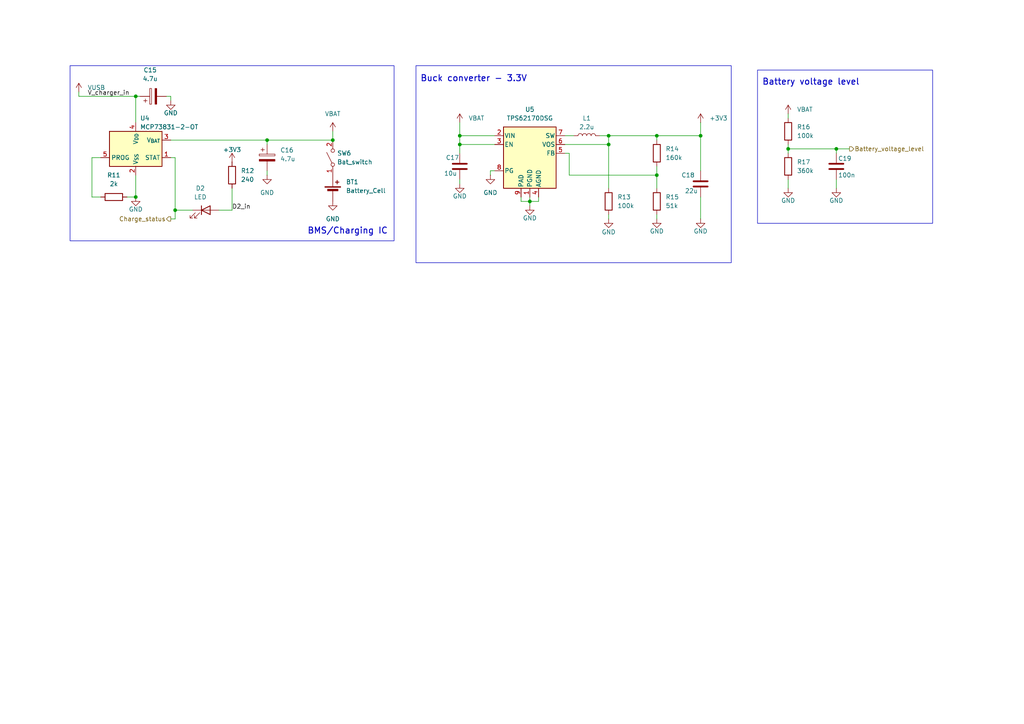
<source format=kicad_sch>
(kicad_sch (version 20250114) (generator "eeschema") (generator_version "9.0")
  (paper "A4")
  (lib_symbols
    (symbol "Battery_Management:MCP73831-2-OT"
      (property "Reference" "U" (at -7.62 6.35 0))
      (property "Value" "MCP73831-2-OT" (at 1.27 6.35 0))
      (symbol "MCP73831-2-OT_0_1"
        (rectangle (start -7.62 5.08) (end 7.62 -5.08) (stroke (width 0.254)) (fill (type background)))
      )
      (symbol "MCP73831-2-OT_1_1"
        (pin input line (at -10.16 -2.54 0) (length 2.54) (name "PROG") (number "5"))
        (pin power_in line (at 0 7.62 270) (length 2.54) (name "V_{DD}") (number "4"))
        (pin power_in line (at 0 -7.62 90) (length 2.54) (name "V_{SS}") (number "2"))
        (pin power_out line (at 10.16 2.54 180) (length 2.54) (name "V_{BAT}") (number "3"))
        (pin tri_state line (at 10.16 -2.54 180) (length 2.54) (name "STAT") (number "1"))
      )
    )
    (symbol "Device:Battery_Cell" (pin_numbers (hide yes)) (pin_names (offset 0) (hide yes))
      (property "Reference" "BT" (at 2.54 2.54 0))
      (property "Value" "Battery_Cell" (at 2.54 0 0))
      (symbol "Battery_Cell_0_1"
        (rectangle (start -2.286 1.778) (end 2.286 1.524) (fill (type outline)))
        (rectangle (start -1.524 1.016) (end 1.524 0.508) (fill (type outline)))
        (polyline (pts (xy 0 1.778) (xy 0 2.54)))
        (polyline (pts (xy 0 0.762) (xy 0 0)))
        (polyline (pts (xy 0.762 3.048) (xy 1.778 3.048)) (stroke (width 0.254)))
        (polyline (pts (xy 1.27 3.556) (xy 1.27 2.54)) (stroke (width 0.254)))
      )
      (symbol "Battery_Cell_1_1"
        (pin passive line (at 0 5.08 270) (length 2.54) (name "+") (number "1"))
        (pin passive line (at 0 -2.54 90) (length 2.54) (name "-") (number "2"))
      )
    )
    (symbol "Device:C" (pin_numbers (hide yes)) (pin_names (offset 0.254))
      (property "Reference" "C" (at 0.635 2.54 0))
      (property "Value" "C" (at 0.635 -2.54 0))
      (symbol "C_0_1"
        (polyline (pts (xy -2.032 0.762) (xy 2.032 0.762)) (stroke (width 0.508)))
        (polyline (pts (xy -2.032 -0.762) (xy 2.032 -0.762)) (stroke (width 0.508)))
      )
      (symbol "C_1_1"
        (pin passive line (at 0 3.81 270) (length 2.794) (name "~") (number "1"))
        (pin passive line (at 0 -3.81 90) (length 2.794) (name "~") (number "2"))
      )
    )
    (symbol "Device:C_Polarized" (pin_numbers (hide yes)) (pin_names (offset 0.254))
      (property "Reference" "C" (at 0.635 2.54 0))
      (property "Value" "C_Polarized" (at 0.635 -2.54 0))
      (symbol "C_Polarized_0_1"
        (rectangle (start -2.286 0.508) (end 2.286 1.016))
        (polyline (pts (xy -1.778 2.286) (xy -0.762 2.286)))
        (polyline (pts (xy -1.27 2.794) (xy -1.27 1.778)))
        (rectangle (start 2.286 -0.508) (end -2.286 -1.016) (fill (type outline)))
      )
      (symbol "C_Polarized_1_1"
        (pin passive line (at 0 3.81 270) (length 2.794) (name "~") (number "1"))
        (pin passive line (at 0 -3.81 90) (length 2.794) (name "~") (number "2"))
      )
    )
    (symbol "Device:L" (pin_numbers (hide yes)) (pin_names (offset 1.016) (hide yes))
      (property "Reference" "L" (at -1.27 0 90))
      (property "Value" "L" (at 1.905 0 90))
      (symbol "L_0_1"
        (arc (start 0 2.54) (mid 0.6323 1.905) (end 0 1.27))
        (arc (start 0 1.27) (mid 0.6323 0.635) (end 0 0))
        (arc (start 0 0) (mid 0.6323 -0.635) (end 0 -1.27))
        (arc (start 0 -1.27) (mid 0.6323 -1.905) (end 0 -2.54))
      )
      (symbol "L_1_1"
        (pin passive line (at 0 3.81 270) (length 1.27) (name "1") (number "1"))
        (pin passive line (at 0 -3.81 90) (length 1.27) (name "2") (number "2"))
      )
    )
    (symbol "Device:LED" (pin_numbers (hide yes)) (pin_names (offset 1.016) (hide yes))
      (property "Reference" "D" (at 0 2.54 0))
      (property "Value" "LED" (at 0 -2.54 0))
      (symbol "LED_0_1"
        (polyline (pts (xy -3.048 -0.762) (xy -4.572 -2.286) (xy -3.81 -2.286) (xy -4.572 -2.286) (xy -4.572 -1.524)))
        (polyline (pts (xy -1.778 -0.762) (xy -3.302 -2.286) (xy -2.54 -2.286) (xy -3.302 -2.286) (xy -3.302 -1.524)))
        (polyline (pts (xy -1.27 0) (xy 1.27 0)))
        (polyline (pts (xy -1.27 -1.27) (xy -1.27 1.27)) (stroke (width 0.254)))
        (polyline (pts (xy 1.27 -1.27) (xy 1.27 1.27) (xy -1.27 0) (xy 1.27 -1.27)) (stroke (width 0.254)))
      )
      (symbol "LED_1_1"
        (pin passive line (at -3.81 0 0) (length 2.54) (name "K") (number "1"))
        (pin passive line (at 3.81 0 180) (length 2.54) (name "A") (number "2"))
      )
    )
    (symbol "Device:R" (pin_numbers (hide yes)) (pin_names (offset 0))
      (property "Reference" "R" (at 2.032 0 90))
      (property "Value" "R" (at 0 0 90))
      (symbol "R_0_1"
        (rectangle (start -1.016 -2.54) (end 1.016 2.54) (stroke (width 0.254)))
      )
      (symbol "R_1_1"
        (pin passive line (at 0 3.81 270) (length 1.27) (name "~") (number "1"))
        (pin passive line (at 0 -3.81 90) (length 1.27) (name "~") (number "2"))
      )
    )
    (symbol "Regulator_Switching:TPS62170DSG" (pin_names (offset 0.254))
      (property "Reference" "U" (at -7.62 11.43 0))
      (property "Value" "TPS62170DSG" (at -1.27 11.43 0))
      (symbol "TPS62170DSG_0_1"
        (rectangle (start -7.62 10.16) (end 7.62 -7.62) (stroke (width 0.254)) (fill (type background)))
      )
      (symbol "TPS62170DSG_1_1"
        (pin power_in line (at -10.16 7.62 0) (length 2.54) (name "VIN") (number "2"))
        (pin input line (at -10.16 5.08 0) (length 2.54) (name "EN") (number "3"))
        (pin open_collector line (at -10.16 -2.54 0) (length 2.54) (name "PG") (number "8"))
        (pin power_in line (at -2.54 -10.16 90) (length 2.54) (name "PAD") (number "9"))
        (pin power_in line (at 0 -10.16 90) (length 2.54) (name "PGND") (number "1"))
        (pin power_in line (at 2.54 -10.16 90) (length 2.54) (name "AGND") (number "4"))
        (pin output line (at 10.16 7.62 180) (length 2.54) (name "SW") (number "7"))
        (pin input line (at 10.16 5.08 180) (length 2.54) (name "VOS") (number "6"))
        (pin input line (at 10.16 2.54 180) (length 2.54) (name "FB") (number "5"))
      )
    )
    (symbol "Switch:SW_SPST" (pin_names (offset 0) (hide yes))
      (property "Reference" "SW" (at 0 3.175 0))
      (property "Value" "SW_SPST" (at 0 -2.54 0))
      (symbol "SW_SPST_0_0"
        (circle (center -2.032 0) (radius 0.508))
        (polyline (pts (xy -1.524 0.254) (xy 1.524 1.778)))
        (circle (center 2.032 0) (radius 0.508))
      )
      (symbol "SW_SPST_1_1"
        (pin passive line (at -5.08 0 0) (length 2.54) (name "A") (number "1"))
        (pin passive line (at 5.08 0 180) (length 2.54) (name "B") (number "2"))
      )
    )
    (symbol "power:+3.3V" (power) (pin_numbers (hide yes)) (pin_names (offset 0) (hide yes))
      (property "Value" "+3.3V" (at 0 3.556 0))
      (symbol "+3.3V_0_1"
        (polyline (pts (xy -0.762 1.27) (xy 0 2.54)))
        (polyline (pts (xy 0 2.54) (xy 0.762 1.27)))
        (polyline (pts (xy 0 0) (xy 0 2.54)))
      )
      (symbol "+3.3V_1_1"
        (pin power_in line (at 0 0 90) (length 0) (name "~") (number "1"))
      )
    )
    (symbol "power:GND" (power) (pin_numbers (hide yes)) (pin_names (offset 0) (hide yes))
      (property "Value" "GND" (at 0 -3.81 0))
      (symbol "GND_0_1"
        (polyline (pts (xy 0 0) (xy 0 -1.27) (xy 1.27 -1.27) (xy 0 -2.54) (xy -1.27 -1.27) (xy 0 -1.27)))
      )
      (symbol "GND_1_1"
        (pin power_in line (at 0 0 270) (length 0) (name "~") (number "1"))
      )
    )
    (symbol "power:VBUS" (power) (pin_numbers (hide yes)) (pin_names (offset 0) (hide yes))
      (property "Value" "VBUS" (at 0 3.556 0))
      (symbol "VBUS_0_1"
        (polyline (pts (xy -0.762 1.27) (xy 0 2.54)))
        (polyline (pts (xy 0 2.54) (xy 0.762 1.27)))
        (polyline (pts (xy 0 0) (xy 0 2.54)))
      )
      (symbol "VBUS_1_1"
        (pin power_in line (at 0 0 90) (length 0) (name "~") (number "1"))
      )
    )
    (symbol "power:VDC" (power) (pin_numbers (hide yes)) (pin_names (offset 0) (hide yes))
      (property "Value" "VDC" (at 0 3.556 0))
      (symbol "VDC_0_1"
        (polyline (pts (xy -0.762 1.27) (xy 0 2.54)))
        (polyline (pts (xy 0 2.54) (xy 0.762 1.27)))
        (polyline (pts (xy 0 0) (xy 0 2.54)))
      )
      (symbol "VDC_1_1"
        (pin power_in line (at 0 0 90) (length 0) (name "~") (number "1"))
      )
    )
  )
  (rectangle (start 219.71 20.32) (end 270.51 64.77))
  (rectangle (start 120.65 19.05) (end 212.09 76.2))
  (rectangle (start 20.32 19.05) (end 114.3 69.85))
  (text "BMS/Charging IC\n" (at 100.838 67.056 0) (effects (font (size 1.778 1.778) (thickness 0.254) (bold yes))))
  (text "Battery voltage level" (at 235.204 23.876 0) (effects (font (size 1.778 1.778) (thickness 0.254) (bold yes))))
  (text "Buck converter - 3.3V" (at 137.414 22.86 0) (effects (font (size 1.778 1.778) (thickness 0.254) (bold yes))))
  (junction (at 50.8 60.96))
  (junction (at 77.47 40.64))
  (junction (at 133.35 41.91))
  (junction (at 176.53 41.91))
  (junction (at 203.2 39.37))
  (junction (at 96.52 40.64))
  (junction (at 133.35 39.37))
  (junction (at 39.37 57.15))
  (junction (at 242.57 43.18))
  (junction (at 190.5 50.8))
  (junction (at 39.37 27.94))
  (junction (at 153.67 58.42))
  (junction (at 190.5 39.37))
  (junction (at 228.6 43.18))
  (junction (at 176.53 39.37))
  (wire (pts (xy 190.5 48.26) (xy 190.5 50.8)))
  (wire (pts (xy 133.35 41.91) (xy 133.35 44.45)))
  (wire (pts (xy 133.35 52.07) (xy 133.35 53.34)))
  (wire (pts (xy 173.99 39.37) (xy 176.53 39.37)))
  (wire (pts (xy 242.57 52.07) (xy 242.57 54.61)))
  (wire (pts (xy 50.8 60.96) (xy 50.8 63.5)))
  (wire (pts (xy 176.53 41.91) (xy 176.53 54.61)))
  (wire (pts (xy 39.37 27.94) (xy 39.37 35.56)))
  (wire (pts (xy 39.37 50.8) (xy 39.37 57.15)))
  (wire (pts (xy 153.67 58.42) (xy 153.67 59.69)))
  (wire (pts (xy 49.53 63.5) (xy 50.8 63.5)))
  (wire (pts (xy 26.67 45.72) (xy 29.21 45.72)))
  (wire (pts (xy 163.83 44.45) (xy 165.1 44.45)))
  (wire (pts (xy 153.67 58.42) (xy 156.21 58.42)))
  (wire (pts (xy 49.53 40.64) (xy 77.47 40.64)))
  (wire (pts (xy 203.2 57.15) (xy 203.2 63.5)))
  (wire (pts (xy 55.88 60.96) (xy 50.8 60.96)))
  (wire (pts (xy 133.35 39.37) (xy 133.35 35.56)))
  (wire (pts (xy 156.21 57.15) (xy 156.21 58.42)))
  (wire (pts (xy 96.52 38.1) (xy 96.52 40.64)))
  (wire (pts (xy 133.35 41.91) (xy 133.35 39.37)))
  (wire (pts (xy 151.13 57.15) (xy 151.13 58.42)))
  (wire (pts (xy 203.2 39.37) (xy 190.5 39.37)))
  (wire (pts (xy 63.5 60.96) (xy 67.31 60.96)))
  (wire (pts (xy 49.53 29.21) (xy 49.53 27.94)))
  (wire (pts (xy 29.21 57.15) (xy 26.67 57.15)))
  (wire (pts (xy 153.67 57.15) (xy 153.67 58.42)))
  (wire (pts (xy 133.35 39.37) (xy 143.51 39.37)))
  (wire (pts (xy 228.6 43.18) (xy 242.57 43.18)))
  (wire (pts (xy 228.6 52.07) (xy 228.6 54.61)))
  (wire (pts (xy 203.2 39.37) (xy 203.2 49.53)))
  (wire (pts (xy 228.6 41.91) (xy 228.6 43.18)))
  (wire (pts (xy 36.83 57.15) (xy 39.37 57.15)))
  (wire (pts (xy 176.53 39.37) (xy 176.53 41.91)))
  (wire (pts (xy 242.57 44.45) (xy 242.57 43.18)))
  (wire (pts (xy 190.5 50.8) (xy 190.5 54.61)))
  (wire (pts (xy 142.24 49.53) (xy 142.24 50.8)))
  (wire (pts (xy 142.24 49.53) (xy 143.51 49.53)))
  (wire (pts (xy 190.5 62.23) (xy 190.5 63.5)))
  (wire (pts (xy 50.8 45.72) (xy 50.8 60.96)))
  (wire (pts (xy 67.31 60.96) (xy 67.31 54.61)))
  (wire (pts (xy 242.57 43.18) (xy 246.38 43.18)))
  (wire (pts (xy 190.5 40.64) (xy 190.5 39.37)))
  (wire (pts (xy 40.64 27.94) (xy 39.37 27.94)))
  (wire (pts (xy 22.86 27.94) (xy 39.37 27.94)))
  (wire (pts (xy 163.83 39.37) (xy 166.37 39.37)))
  (wire (pts (xy 228.6 33.02) (xy 228.6 34.29)))
  (wire (pts (xy 165.1 44.45) (xy 165.1 50.8)))
  (wire (pts (xy 77.47 40.64) (xy 96.52 40.64)))
  (wire (pts (xy 143.51 41.91) (xy 133.35 41.91)))
  (wire (pts (xy 26.67 57.15) (xy 26.67 45.72)))
  (wire (pts (xy 163.83 41.91) (xy 176.53 41.91)))
  (wire (pts (xy 49.53 45.72) (xy 50.8 45.72)))
  (wire (pts (xy 176.53 39.37) (xy 190.5 39.37)))
  (wire (pts (xy 77.47 41.91) (xy 77.47 40.64)))
  (wire (pts (xy 203.2 35.56) (xy 203.2 39.37)))
  (wire (pts (xy 77.47 50.8) (xy 77.47 49.53)))
  (wire (pts (xy 176.53 63.5) (xy 176.53 62.23)))
  (wire (pts (xy 22.86 27.94) (xy 22.86 26.67)))
  (wire (pts (xy 228.6 43.18) (xy 228.6 44.45)))
  (wire (pts (xy 49.53 27.94) (xy 48.26 27.94)))
  (wire (pts (xy 151.13 58.42) (xy 153.67 58.42)))
  (wire (pts (xy 165.1 50.8) (xy 190.5 50.8)))
  (label "V_charger_in" (at 25.4 27.94 0))
  (label "D2_in" (at 67.31 60.96 0))
  (hierarchical_label "Battery_voltage_level" (shape output) (at 246.38 43.18 0))
  (hierarchical_label "Charge_status" (shape output) (at 49.53 63.5 180))
  (symbol (lib_id "Device:R") (at 228.6 48.26 0) (unit 1)
    (property "Reference" "R17" (at 231.14 46.9899 0) (effects (justify left)))
    (property "Value" "360k" (at 231.14 49.5299 0) (effects (justify left)))
    (property "Footprint" "Resistor_SMD:R_0603_1608Metric_Pad0.98x0.95mm_HandSolder" (effects (hide yes)))
    (property "Description" "Resistor" (effects (hide yes)))
  )
  (symbol (lib_id "Device:C_Polarized") (at 44.45 27.94 90) (unit 1)
    (property "Reference" "C15" (at 43.561 20.32 90))
    (property "Value" "4.7u" (at 43.561 22.86 90))
    (property "Footprint" "Capacitor_SMD:C_0805_2012Metric_Pad1.18x1.45mm_HandSolder" (effects (hide yes)))
    (property "Description" "Polarized capacitor" (effects (hide yes)))
  )
  (symbol (lib_id "Device:R") (at 67.31 50.8 0) (unit 1)
    (property "Reference" "R12" (at 69.85 49.5299 0) (effects (justify left)))
    (property "Value" "240" (at 69.85 52.0699 0) (effects (justify left)))
    (property "Footprint" "Resistor_SMD:R_0603_1608Metric_Pad0.98x0.95mm_HandSolder" (effects (hide yes)))
    (property "Description" "Resistor" (effects (hide yes)))
  )
  (symbol (lib_id "Switch:SW_SPST") (at 96.52 45.72 90) (unit 1)
    (property "Reference" "SW6" (at 97.79 44.4499 90) (effects (justify right)))
    (property "Value" "Bat_switch" (at 97.79 46.9899 90) (effects (justify right)))
    (property "Footprint" "Connector_JST:JST_PH_B2B-PH-K_1x02_P2.00mm_Vertical" (effects (hide yes)))
    (property "Description" "Single Pole Single Throw (SPST) switch" (effects (hide yes)))
  )
  (symbol (lib_id "Device:R") (at 176.53 58.42 180) (unit 1)
    (property "Reference" "R13" (at 179.07 57.1499 0) (effects (justify right)))
    (property "Value" "100k" (at 179.07 59.6899 0) (effects (justify right)))
    (property "Footprint" "Resistor_SMD:R_0603_1608Metric_Pad0.98x0.95mm_HandSolder" (effects (hide yes)))
    (property "Description" "Resistor" (effects (hide yes)))
  )
  (symbol (lib_id "Regulator_Switching:TPS62170DSG") (at 153.67 46.99 0) (unit 1)
    (property "Reference" "U5" (at 153.67 31.75 0))
    (property "Value" "TPS62170DSG" (at 153.67 34.29 0))
    (property "Footprint" "Package_SON:WSON-8-1EP_2x2mm_P0.5mm_EP0.9x1.6mm_ThermalVias" (effects (hide yes)))
    (property "Datasheet" "https://docs.rs-online.com/6cf3/A700000008843933.pdf" (effects (hide yes)))
    (property "Description" "500mA Step-Down Converter with DCS-Control, adjustable output, 3-17V input voltage, WSON-8" (effects (hide yes)))
  )
  (symbol (lib_id "power:VDC") (at 22.86 26.67 0) (unit 1)
    (property "Reference" "#PWR033" (effects (hide yes)))
    (property "Value" "VUSB" (at 25.4 25.3999 0) (effects (justify left)))
    (property "Description" "Power symbol creates a global label with name \"VDC\"" (effects (hide yes)))
  )
  (symbol (lib_id "Device:C_Polarized") (at 77.47 45.72 0) (unit 1)
    (property "Reference" "C16" (at 81.28 43.5609 0) (effects (justify left)))
    (property "Value" "4.7u" (at 81.28 46.1009 0) (effects (justify left)))
    (property "Footprint" "Capacitor_SMD:C_0805_2012Metric_Pad1.18x1.45mm_HandSolder" (effects (hide yes)))
    (property "Description" "Polarized capacitor" (effects (hide yes)))
  )
  (symbol (lib_id "Device:L") (at 170.18 39.37 90) (unit 1)
    (property "Reference" "L1" (at 170.18 34.29 90))
    (property "Value" "2.2u" (at 170.18 36.83 90))
    (property "Footprint" "Inductor_SMD:L_APV_ANR252012" (effects (hide yes)))
    (property "Description" "Inductor" (effects (hide yes)))
  )
  (symbol (lib_id "power:GND") (at 96.52 58.42 0) (unit 1)
    (property "Reference" "#PWR039" (effects (hide yes)))
    (property "Value" "GND" (at 96.52 63.5 0))
    (property "Description" "Power symbol creates a global label with name \"GND\" , ground" (effects (hide yes)))
  )
  (symbol (lib_id "Device:LED") (at 59.69 60.96 0) (unit 1)
    (property "Reference" "D2" (at 58.1025 54.61 0))
    (property "Value" "LED" (at 58.1025 57.15 0))
    (property "Footprint" "Diode_SMD:D_0603_1608Metric_Pad1.05x0.95mm_HandSolder" (effects (hide yes)))
    (property "Description" "Light emitting diode" (effects (hide yes)))
    (property "Sim.Pins" "1=K 2=A" (effects (hide yes)))
  )
  (symbol (lib_id "Device:C") (at 242.57 48.26 0) (unit 1)
    (property "Reference" "C19" (at 243.078 45.974 0) (effects (justify left)))
    (property "Value" "100n" (at 243.078 50.8 0) (effects (justify left)))
    (property "Footprint" "Capacitor_SMD:C_0603_1608Metric_Pad1.08x0.95mm_HandSolder" (effects (hide yes)))
    (property "Description" "Unpolarized capacitor" (effects (hide yes)))
  )
  (symbol (lib_id "Device:R") (at 228.6 38.1 0) (unit 1)
    (property "Reference" "R16" (at 231.14 36.8299 0) (effects (justify left)))
    (property "Value" "100k" (at 231.14 39.3699 0) (effects (justify left)))
    (property "Footprint" "Resistor_SMD:R_0603_1608Metric_Pad0.98x0.95mm_HandSolder" (effects (hide yes)))
    (property "Description" "Resistor" (effects (hide yes)))
  )
  (symbol (lib_id "power:VDC") (at 67.31 46.99 0) (unit 1)
    (property "Reference" "#PWR036" (effects (hide yes)))
    (property "Value" "+3V3" (at 67.31 43.434 0))
    (property "Description" "Power symbol creates a global label with name \"VDC\"" (effects (hide yes)))
  )
  (symbol (lib_id "power:GND") (at 39.37 57.15 0) (unit 1)
    (property "Reference" "#PWR034" (effects (hide yes)))
    (property "Value" "GND" (at 39.37 60.706 0))
    (property "Description" "Power symbol creates a global label with name \"GND\" , ground" (effects (hide yes)))
  )
  (symbol (lib_id "power:GND") (at 176.53 63.5 0) (unit 1)
    (property "Reference" "#PWR044" (effects (hide yes)))
    (property "Value" "GND" (at 176.53 67.31 0))
    (property "Description" "Power symbol creates a global label with name \"GND\" , ground" (effects (hide yes)))
  )
  (symbol (lib_id "power:VBUS") (at 96.52 38.1 0) (unit 1)
    (property "Reference" "#PWR038" (effects (hide yes)))
    (property "Value" "VBAT" (at 96.52 33.02 0))
    (property "Description" "Power symbol creates a global label with name \"VBAT\"" (effects (hide yes)))
  )
  (symbol (lib_id "Device:R") (at 33.02 57.15 90) (unit 1)
    (property "Reference" "R11" (at 33.02 50.8 90))
    (property "Value" "2k" (at 33.02 53.34 90))
    (property "Footprint" "Resistor_SMD:R_0603_1608Metric_Pad0.98x0.95mm_HandSolder" (effects (hide yes)))
    (property "Description" "Resistor" (effects (hide yes)))
  )
  (symbol (lib_id "power:+3.3V") (at 203.2 35.56 0) (unit 1)
    (property "Reference" "#PWR046" (effects (hide yes)))
    (property "Value" "+3V3" (at 205.74 34.2899 0) (effects (justify left)))
    (property "Description" "Power symbol creates a global label with name \"+3.3V\"" (effects (hide yes)))
  )
  (symbol (lib_id "Device:R") (at 190.5 44.45 180) (unit 1)
    (property "Reference" "R14" (at 193.04 43.1799 0) (effects (justify right)))
    (property "Value" "160k" (at 193.04 45.7199 0) (effects (justify right)))
    (property "Footprint" "Resistor_SMD:R_0603_1608Metric_Pad0.98x0.95mm_HandSolder" (effects (hide yes)))
    (property "Description" "Resistor" (effects (hide yes)))
  )
  (symbol (lib_id "power:GND") (at 133.35 53.34 0) (unit 1)
    (property "Reference" "#PWR041" (effects (hide yes)))
    (property "Value" "GND" (at 133.35 56.896 0))
    (property "Description" "Power symbol creates a global label with name \"GND\" , ground" (effects (hide yes)))
  )
  (symbol (lib_id "Device:Battery_Cell") (at 96.52 55.88 0) (unit 1)
    (property "Reference" "BT1" (at 100.33 52.7684 0) (effects (justify left)))
    (property "Value" "Battery_Cell" (at 100.33 55.3084 0) (effects (justify left)))
    (property "Footprint" "Connector_JST:JST_PH_B2B-PH-K_1x02_P2.00mm_Vertical" (effects (hide yes)))
    (property "Description" "Single-cell battery" (effects (hide yes)))
  )
  (symbol (lib_id "power:VDC") (at 133.35 35.56 0) (unit 1)
    (property "Reference" "#PWR040" (effects (hide yes)))
    (property "Value" "VBAT" (at 135.89 34.2899 0) (effects (justify left)))
    (property "Description" "Power symbol creates a global label with name \"VDC\"" (effects (hide yes)))
  )
  (symbol (lib_id "power:GND") (at 49.53 29.21 0) (unit 1)
    (property "Reference" "#PWR035" (effects (hide yes)))
    (property "Value" "GND" (at 49.53 32.766 0))
    (property "Description" "Power symbol creates a global label with name \"GND\" , ground" (effects (hide yes)))
  )
  (symbol (lib_id "power:GND") (at 190.5 63.5 0) (unit 1)
    (property "Reference" "#PWR045" (effects (hide yes)))
    (property "Value" "GND" (at 190.5 67.056 0))
    (property "Description" "Power symbol creates a global label with name \"GND\" , ground" (effects (hide yes)))
  )
  (symbol (lib_id "Device:C") (at 203.2 53.34 0) (unit 1)
    (property "Reference" "C18" (at 197.612 50.8 0) (effects (justify left)))
    (property "Value" "22u" (at 198.628 55.372 0) (effects (justify left)))
    (property "Footprint" "Capacitor_SMD:C_0805_2012Metric_Pad1.18x1.45mm_HandSolder" (effects (hide yes)))
    (property "Datasheet" "https://dk.rs-online.com/web/p/keramiske-flerlags-kondensatorer-mlcc/2478209" (effects (hide yes)))
    (property "Description" "Unpolarized capacitor" (effects (hide yes)))
  )
  (symbol (lib_id "power:GND") (at 77.47 50.8 0) (unit 1)
    (property "Reference" "#PWR037" (effects (hide yes)))
    (property "Value" "GND" (at 77.47 55.88 0))
    (property "Description" "Power symbol creates a global label with name \"GND\" , ground" (effects (hide yes)))
  )
  (symbol (lib_id "Device:R") (at 190.5 58.42 180) (unit 1)
    (property "Reference" "R15" (at 193.04 57.1499 0) (effects (justify right)))
    (property "Value" "51k" (at 193.04 59.6899 0) (effects (justify right)))
    (property "Footprint" "Resistor_SMD:R_0603_1608Metric_Pad0.98x0.95mm_HandSolder" (effects (hide yes)))
    (property "Description" "Resistor" (effects (hide yes)))
  )
  (symbol (lib_id "power:GND") (at 142.24 50.8 0) (unit 1)
    (property "Reference" "#PWR042" (effects (hide yes)))
    (property "Value" "GND" (at 142.24 55.88 0))
    (property "Description" "Power symbol creates a global label with name \"GND\" , ground" (effects (hide yes)))
  )
  (symbol (lib_id "power:VDC") (at 228.6 33.02 0) (unit 1)
    (property "Reference" "#PWR048" (effects (hide yes)))
    (property "Value" "VBAT" (at 231.14 31.7499 0) (effects (justify left)))
    (property "Description" "Power symbol creates a global label with name \"VDC\"" (effects (hide yes)))
  )
  (symbol (lib_id "power:GND") (at 153.67 59.69 0) (unit 1)
    (property "Reference" "#PWR043" (effects (hide yes)))
    (property "Value" "GND" (at 153.67 63.246 0))
    (property "Description" "Power symbol creates a global label with name \"GND\" , ground" (effects (hide yes)))
  )
  (symbol (lib_id "Device:C") (at 133.35 48.26 0) (unit 1)
    (property "Reference" "C17" (at 129.286 45.72 0) (effects (justify left)))
    (property "Value" "10u" (at 128.778 50.292 0) (effects (justify left)))
    (property "Footprint" "Capacitor_SMD:C_0805_2012Metric_Pad1.18x1.45mm_HandSolder" (effects (hide yes)))
    (property "Description" "Unpolarized capacitor" (effects (hide yes)))
  )
  (symbol (lib_id "power:GND") (at 228.6 54.61 0) (unit 1)
    (property "Reference" "#PWR049" (effects (hide yes)))
    (property "Value" "GND" (at 228.6 58.166 0))
    (property "Description" "Power symbol creates a global label with name \"GND\" , ground" (effects (hide yes)))
  )
  (symbol (lib_id "power:GND") (at 203.2 63.5 0) (unit 1)
    (property "Reference" "#PWR047" (effects (hide yes)))
    (property "Value" "GND" (at 203.2 67.056 0))
    (property "Description" "Power symbol creates a global label with name \"GND\" , ground" (effects (hide yes)))
  )
  (symbol (lib_id "power:GND") (at 242.57 54.61 0) (unit 1)
    (property "Reference" "#PWR050" (effects (hide yes)))
    (property "Value" "GND" (at 242.57 58.166 0))
    (property "Description" "Power symbol creates a global label with name \"GND\" , ground" (effects (hide yes)))
  )
  (symbol (lib_id "Battery_Management:MCP73831-2-OT") (at 39.37 43.18 0) (unit 1)
    (property "Reference" "U4" (at 40.64 34.29 0) (effects (justify left)))
    (property "Value" "MCP73831-2-OT" (at 40.64 36.83 0) (effects (justify left)))
    (property "Footprint" "Package_TO_SOT_SMD:SOT-23-5" (effects (hide yes)))
    (property "Datasheet" "http://ww1.microchip.com/downloads/en/DeviceDoc/20001984g.pdf" (effects (hide yes)))
    (property "Description" "Single cell, Li-Ion/Li-Po charge management controller, 4.20V, Tri-State Status Output, in SOT23-5 package" (effects (hide yes)))
  )
)
</source>
